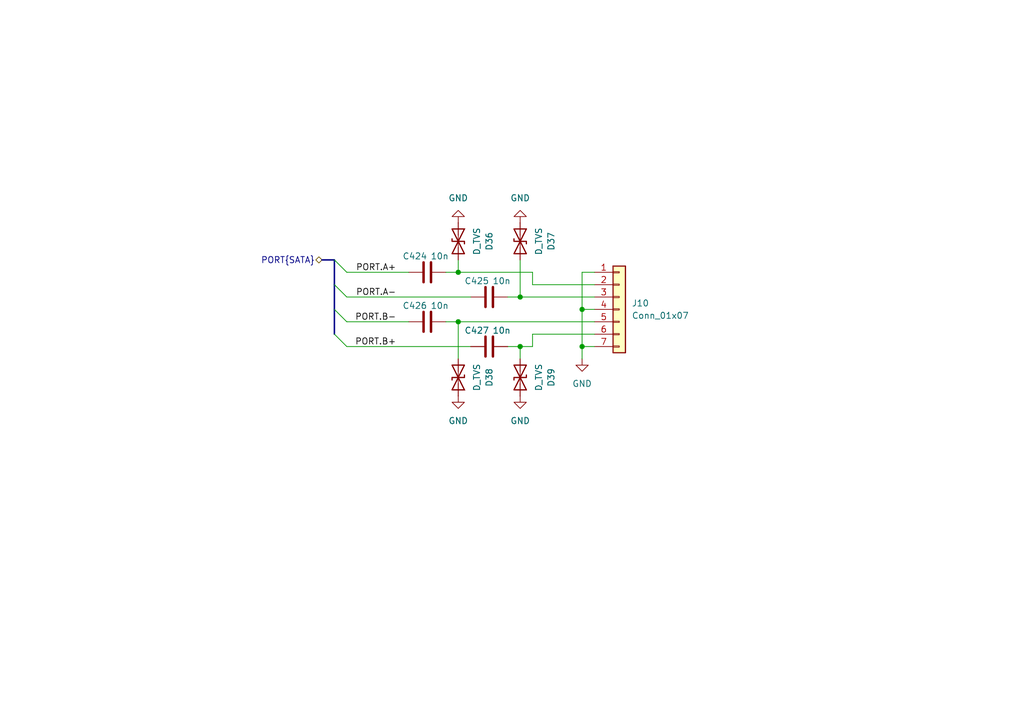
<source format=kicad_sch>
(kicad_sch (version 20250114) (generator "eeschema") (generator_version "9.0")
  (paper "A5")
  (lib_symbols
    (symbol "Connector_Generic:Conn_01x07" (pin_names (offset 1.016) (hide yes))
      (property "Reference" "J" (at 0 10.16 0))
      (property "Value" "Conn_01x07" (at 0 -10.16 0))
      (symbol "Conn_01x07_1_1"
        (rectangle (start -1.27 8.89) (end 1.27 -8.89) (stroke (width 0.254)) (fill (type background)))
        (rectangle (start -1.27 7.747) (end 0 7.493) (stroke (width 0.1524)))
        (rectangle (start -1.27 5.207) (end 0 4.953) (stroke (width 0.1524)))
        (rectangle (start -1.27 2.667) (end 0 2.413) (stroke (width 0.1524)))
        (rectangle (start -1.27 0.127) (end 0 -0.127) (stroke (width 0.1524)))
        (rectangle (start -1.27 -2.413) (end 0 -2.667) (stroke (width 0.1524)))
        (rectangle (start -1.27 -4.953) (end 0 -5.207) (stroke (width 0.1524)))
        (rectangle (start -1.27 -7.493) (end 0 -7.747) (stroke (width 0.1524)))
        (pin passive line (at -5.08 7.62 0) (length 3.81) (name "Pin_1") (number "1"))
        (pin passive line (at -5.08 5.08 0) (length 3.81) (name "Pin_2") (number "2"))
        (pin passive line (at -5.08 2.54 0) (length 3.81) (name "Pin_3") (number "3"))
        (pin passive line (at -5.08 0 0) (length 3.81) (name "Pin_4") (number "4"))
        (pin passive line (at -5.08 -2.54 0) (length 3.81) (name "Pin_5") (number "5"))
        (pin passive line (at -5.08 -5.08 0) (length 3.81) (name "Pin_6") (number "6"))
        (pin passive line (at -5.08 -7.62 0) (length 3.81) (name "Pin_7") (number "7"))
      )
    )
    (symbol "Device:C" (pin_numbers (hide yes)) (pin_names (offset 0.254))
      (property "Reference" "C" (at 0.635 2.54 0))
      (property "Value" "C" (at 0.635 -2.54 0))
      (symbol "C_0_1"
        (polyline (pts (xy -2.032 0.762) (xy 2.032 0.762)) (stroke (width 0.508)))
        (polyline (pts (xy -2.032 -0.762) (xy 2.032 -0.762)) (stroke (width 0.508)))
      )
      (symbol "C_1_1"
        (pin passive line (at 0 3.81 270) (length 2.794) (name "~") (number "1"))
        (pin passive line (at 0 -3.81 90) (length 2.794) (name "~") (number "2"))
      )
    )
    (symbol "Device:D_TVS" (pin_numbers (hide yes)) (pin_names (offset 1.016) (hide yes))
      (property "Reference" "D" (at 0 2.54 0))
      (property "Value" "D_TVS" (at 0 -2.54 0))
      (symbol "D_TVS_0_1"
        (polyline (pts (xy -2.54 1.27) (xy -2.54 -1.27) (xy 2.54 1.27) (xy 2.54 -1.27) (xy -2.54 1.27)) (stroke (width 0.254)))
        (polyline (pts (xy 0.508 1.27) (xy 0 1.27) (xy 0 -1.27) (xy -0.508 -1.27)) (stroke (width 0.254)))
        (polyline (pts (xy 1.27 0) (xy -1.27 0)))
      )
      (symbol "D_TVS_1_1"
        (pin passive line (at -3.81 0 0) (length 2.54) (name "A1") (number "1"))
        (pin passive line (at 3.81 0 180) (length 2.54) (name "A2") (number "2"))
      )
    )
    (symbol "power:GND" (power) (pin_numbers (hide yes)) (pin_names (offset 0) (hide yes))
      (property "Value" "GND" (at 0 -3.81 0))
      (symbol "GND_0_1"
        (polyline (pts (xy 0 0) (xy 0 -1.27) (xy 1.27 -1.27) (xy 0 -2.54) (xy -1.27 -1.27) (xy 0 -1.27)))
      )
      (symbol "GND_1_1"
        (pin power_in line (at 0 0 270) (length 0) (name "~") (number "1"))
      )
    )
  )
  (junction (at 93.98 66.04))
  (junction (at 119.38 71.12))
  (junction (at 106.68 71.12))
  (junction (at 93.98 55.88))
  (junction (at 106.68 60.96))
  (junction (at 119.38 63.5))
  (bus_entry (at 68.58 68.58) (size 2.54 2.54))
  (bus_entry (at 68.58 58.42) (size 2.54 2.54))
  (bus_entry (at 68.58 53.34) (size 2.54 2.54))
  (bus_entry (at 68.58 63.5) (size 2.54 2.54))
  (wire (pts (xy 71.12 71.12) (xy 96.52 71.12)))
  (wire (pts (xy 119.38 55.88) (xy 119.38 63.5)))
  (bus (pts (xy 66.04 53.34) (xy 68.58 53.34)))
  (bus (pts (xy 68.58 63.5) (xy 68.58 68.58)))
  (wire (pts (xy 93.98 55.88) (xy 109.22 55.88)))
  (wire (pts (xy 106.68 71.12) (xy 109.22 71.12)))
  (wire (pts (xy 104.14 60.96) (xy 106.68 60.96)))
  (bus (pts (xy 68.58 53.34) (xy 68.58 58.42)))
  (wire (pts (xy 91.44 66.04) (xy 93.98 66.04)))
  (wire (pts (xy 93.98 55.88) (xy 91.44 55.88)))
  (wire (pts (xy 121.92 71.12) (xy 119.38 71.12)))
  (wire (pts (xy 121.92 55.88) (xy 119.38 55.88)))
  (wire (pts (xy 104.14 71.12) (xy 106.68 71.12)))
  (wire (pts (xy 106.68 60.96) (xy 121.92 60.96)))
  (wire (pts (xy 93.98 66.04) (xy 121.92 66.04)))
  (wire (pts (xy 109.22 68.58) (xy 121.92 68.58)))
  (wire (pts (xy 106.68 73.66) (xy 106.68 71.12)))
  (bus (pts (xy 68.58 58.42) (xy 68.58 63.5)))
  (wire (pts (xy 119.38 71.12) (xy 119.38 73.66)))
  (wire (pts (xy 71.12 66.04) (xy 83.82 66.04)))
  (wire (pts (xy 106.68 53.34) (xy 106.68 60.96)))
  (wire (pts (xy 71.12 55.88) (xy 83.82 55.88)))
  (wire (pts (xy 71.12 60.96) (xy 96.52 60.96)))
  (wire (pts (xy 109.22 58.42) (xy 121.92 58.42)))
  (wire (pts (xy 119.38 63.5) (xy 121.92 63.5)))
  (wire (pts (xy 93.98 53.34) (xy 93.98 55.88)))
  (wire (pts (xy 119.38 71.12) (xy 119.38 63.5)))
  (wire (pts (xy 109.22 55.88) (xy 109.22 58.42)))
  (wire (pts (xy 93.98 73.66) (xy 93.98 66.04)))
  (wire (pts (xy 109.22 71.12) (xy 109.22 68.58)))
  (label "PORT.B-" (at 81.28 66.04 180))
  (label "PORT.A+" (at 81.28 55.88 180))
  (label "PORT.B+" (at 81.28 71.12 180))
  (label "PORT.A-" (at 81.28 60.96 180))
  (hierarchical_label "PORT{SATA}" (shape bidirectional) (at 66.04 53.34 180))
  (symbol (lib_id "power:GND") (at 93.98 45.72 180) (unit 1)
    (property "Reference" "#PWR01" (effects (hide yes)))
    (property "Value" "GND" (at 93.98 40.64 0))
    (property "Description" "Power symbol creates a global label with name \"GND\" , ground" (effects (hide yes)))
    (instances (project "Mantaray" (path "" (reference "#PWR01") (unit 1)) (path "" (reference "#PWR0393") (unit 1))))
  )
  (symbol (lib_id "Device:D_TVS") (at 93.98 77.47 270) (mirror x) (unit 1)
    (property "Reference" "D38" (at 100.33 77.47 0))
    (property "Value" "D_TVS" (at 97.79 77.47 0))
    (property "Description" "Bidirectional transient-voltage-suppression diode" (effects (hide yes)))
    (instances (project "Mantaray" (path "" (reference "D38") (unit 1)) (path "" (reference "D41") (unit 1))))
  )
  (symbol (lib_id "Device:D_TVS") (at 106.68 49.53 270) (unit 1)
    (property "Reference" "D37" (at 113.03 49.53 0))
    (property "Value" "D_TVS" (at 110.49 49.53 0))
    (property "Description" "Bidirectional transient-voltage-suppression diode" (effects (hide yes)))
    (instances (project "Mantaray" (path "" (reference "D37") (unit 1)) (path "" (reference "D42") (unit 1))))
  )
  (symbol (lib_id "Device:C") (at 100.33 60.96 90) (unit 1)
    (property "Reference" "C425" (at 97.79 57.658 90))
    (property "Value" "10n" (at 102.87 57.658 90))
    (property "Description" "Unpolarized capacitor" (effects (hide yes)))
    (instances (project "Mantaray" (path "" (reference "C425") (unit 1)) (path "" (reference "C430") (unit 1))))
  )
  (symbol (lib_id "Device:C") (at 87.63 66.04 90) (unit 1)
    (property "Reference" "C426" (at 85.09 62.738 90))
    (property "Value" "10n" (at 90.17 62.738 90))
    (property "Description" "Unpolarized capacitor" (effects (hide yes)))
    (instances (project "Mantaray" (path "" (reference "C426") (unit 1)) (path "" (reference "C429") (unit 1))))
  )
  (symbol (lib_id "power:GND") (at 106.68 81.28 0) (mirror y) (unit 1)
    (property "Reference" "#PWR0391" (effects (hide yes)))
    (property "Value" "GND" (at 106.68 86.36 0))
    (property "Description" "Power symbol creates a global label with name \"GND\" , ground" (effects (hide yes)))
    (instances (project "Mantaray" (path "" (reference "#PWR0391") (unit 1)) (path "" (reference "#PWR0396") (unit 1))))
  )
  (symbol (lib_id "power:GND") (at 93.98 81.28 0) (mirror y) (unit 1)
    (property "Reference" "#PWR0390" (effects (hide yes)))
    (property "Value" "GND" (at 93.98 86.36 0))
    (property "Description" "Power symbol creates a global label with name \"GND\" , ground" (effects (hide yes)))
    (instances (project "Mantaray" (path "" (reference "#PWR0390") (unit 1)) (path "" (reference "#PWR0394") (unit 1))))
  )
  (symbol (lib_id "Device:C") (at 100.33 71.12 90) (unit 1)
    (property "Reference" "C427" (at 97.79 67.818 90))
    (property "Value" "10n" (at 102.87 67.818 90))
    (property "Description" "Unpolarized capacitor" (effects (hide yes)))
    (instances (project "Mantaray" (path "" (reference "C427") (unit 1)) (path "" (reference "C431") (unit 1))))
  )
  (symbol (lib_id "Connector_Generic:Conn_01x07") (at 127 63.5 0) (unit 1)
    (property "Reference" "J" (at 129.54 62.2299 0) (effects (justify left)))
    (property "Value" "Conn_01x07" (at 129.54 64.7699 0) (effects (justify left)))
    (property "Description" "Generic connector, single row, 01x07, script generated (kicad-library-utils/schlib/autogen/connector/)" (effects (hide yes)))
    (instances (project "Mantaray" (path "" (reference "J10") (unit 1))))
  )
  (symbol (lib_id "Device:D_TVS") (at 93.98 49.53 270) (unit 1)
    (property "Reference" "D36" (at 100.33 49.53 0))
    (property "Value" "D_TVS" (at 97.79 49.53 0))
    (property "Description" "Bidirectional transient-voltage-suppression diode" (effects (hide yes)))
    (instances (project "Mantaray" (path "" (reference "D36") (unit 1)) (path "" (reference "D40") (unit 1))))
  )
  (symbol (lib_id "Device:C") (at 87.63 55.88 90) (unit 1)
    (property "Reference" "C424" (at 85.09 52.578 90))
    (property "Value" "10n" (at 90.17 52.578 90))
    (property "Description" "Unpolarized capacitor" (effects (hide yes)))
    (instances (project "Mantaray" (path "" (reference "C424") (unit 1)) (path "" (reference "C428") (unit 1))))
  )
  (symbol (lib_id "power:GND") (at 119.38 73.66 0) (mirror y) (unit 1)
    (property "Reference" "#PWR0392" (effects (hide yes)))
    (property "Value" "GND" (at 119.38 78.74 0))
    (property "Description" "Power symbol creates a global label with name \"GND\" , ground" (effects (hide yes)))
    (instances (project "Mantaray" (path "" (reference "#PWR0392") (unit 1)) (path "" (reference "#PWR0397") (unit 1))))
  )
  (symbol (lib_id "Device:D_TVS") (at 106.68 77.47 270) (mirror x) (unit 1)
    (property "Reference" "D39" (at 113.03 77.47 0))
    (property "Value" "D_TVS" (at 110.49 77.47 0))
    (property "Description" "Bidirectional transient-voltage-suppression diode" (effects (hide yes)))
    (instances (project "Mantaray" (path "" (reference "D39") (unit 1)) (path "" (reference "D43") (unit 1))))
  )
  (symbol (lib_id "power:GND") (at 106.68 45.72 180) (unit 1)
    (property "Reference" "#PWR0389" (effects (hide yes)))
    (property "Value" "GND" (at 106.68 40.64 0))
    (property "Description" "Power symbol creates a global label with name \"GND\" , ground" (effects (hide yes)))
    (instances (project "Mantaray" (path "" (reference "#PWR0389") (unit 1)) (path "" (reference "#PWR0395") (unit 1))))
  )
)
</source>
